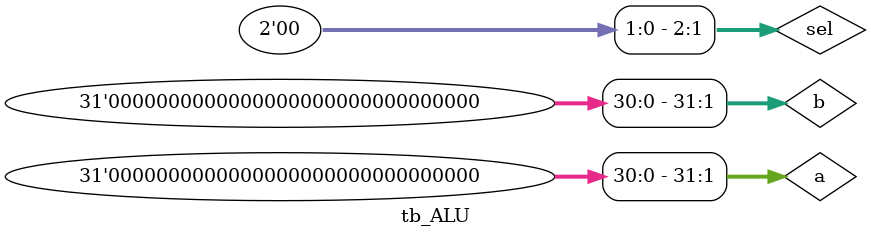
<source format=sv>
`timescale 1ns / 1ps


module tb_ALU(

    );
    reg [31:0]a,b,s;
    reg [2:0]sel;
    reg addb,rightb,logicb;
    ALU uut(
    .a(a),
    .b(b),
    .s(s),
    .sel(sel),
    .addb(addb),
    .rightb(rightb),
    .logicb(logicb)
    );
    
    initial begin
     repeat(50)begin
        a=$random;
        b=$random;
        sel=$random;
        addb=$random;
        rightb=$random;
        logicb=$random;
        #10;
      end
     end
endmodule

</source>
